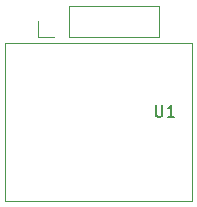
<source format=gto>
%TF.GenerationSoftware,KiCad,Pcbnew,(5.1.6-0-10_14)*%
%TF.CreationDate,2020-09-14T10:08:38+09:00*%
%TF.ProjectId,breakout_DIN4,62726561-6b6f-4757-945f-44494e342e6b,rev?*%
%TF.SameCoordinates,Original*%
%TF.FileFunction,Legend,Top*%
%TF.FilePolarity,Positive*%
%FSLAX46Y46*%
G04 Gerber Fmt 4.6, Leading zero omitted, Abs format (unit mm)*
G04 Created by KiCad (PCBNEW (5.1.6-0-10_14)) date 2020-09-14 10:08:38*
%MOMM*%
%LPD*%
G01*
G04 APERTURE LIST*
%ADD10C,0.120000*%
%ADD11C,0.150000*%
G04 APERTURE END LIST*
D10*
%TO.C,J1*%
X109160000Y-100390000D02*
X109160000Y-99060000D01*
X110490000Y-100390000D02*
X109160000Y-100390000D01*
X111760000Y-100390000D02*
X111760000Y-97730000D01*
X111760000Y-97730000D02*
X119440000Y-97730000D01*
X111760000Y-100390000D02*
X119440000Y-100390000D01*
X119440000Y-100390000D02*
X119440000Y-97730000D01*
%TO.C,U1*%
X106400000Y-114300000D02*
X122200000Y-114300000D01*
X122200000Y-114300000D02*
X122200000Y-100900000D01*
X122200000Y-100900000D02*
X106400000Y-100900000D01*
X106400000Y-100900000D02*
X106400000Y-114300000D01*
D11*
X119126095Y-106132380D02*
X119126095Y-106941904D01*
X119173714Y-107037142D01*
X119221333Y-107084761D01*
X119316571Y-107132380D01*
X119507047Y-107132380D01*
X119602285Y-107084761D01*
X119649904Y-107037142D01*
X119697523Y-106941904D01*
X119697523Y-106132380D01*
X120697523Y-107132380D02*
X120126095Y-107132380D01*
X120411809Y-107132380D02*
X120411809Y-106132380D01*
X120316571Y-106275238D01*
X120221333Y-106370476D01*
X120126095Y-106418095D01*
%TD*%
M02*

</source>
